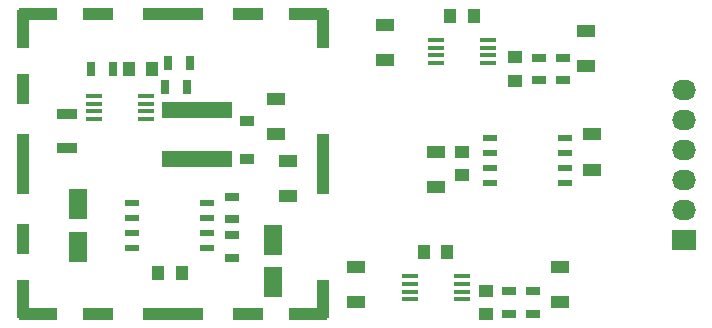
<source format=gts>
G04 #@! TF.FileFunction,Soldermask,Top*
%FSLAX46Y46*%
G04 Gerber Fmt 4.6, Leading zero omitted, Abs format (unit mm)*
G04 Created by KiCad (PCBNEW (2014-11-17 BZR 5289)-product) date Mon 10 Aug 2015 05:49:24 PM EDT*
%MOMM*%
G01*
G04 APERTURE LIST*
%ADD10C,0.100000*%
%ADD11R,1.700000X0.900000*%
%ADD12R,1.220000X0.910000*%
%ADD13R,6.000000X1.350000*%
%ADD14R,2.032000X1.727200*%
%ADD15O,2.032000X1.727200*%
%ADD16R,3.300000X1.000000*%
%ADD17R,1.000000X3.300000*%
%ADD18R,1.000000X5.100000*%
%ADD19R,5.100000X1.000000*%
%ADD20R,1.000000X2.600000*%
%ADD21R,2.600000X1.000000*%
%ADD22R,0.700000X1.300000*%
%ADD23R,1.300000X0.700000*%
%ADD24R,1.450000X0.450000*%
%ADD25R,1.143000X0.508000*%
%ADD26R,1.600200X2.600960*%
%ADD27R,1.000000X1.250000*%
%ADD28R,1.600000X1.000000*%
%ADD29R,1.250000X1.000000*%
G04 APERTURE END LIST*
D10*
D11*
X156000000Y-126300000D03*
X156000000Y-129200000D03*
D12*
X171250000Y-130135000D03*
X171250000Y-126865000D03*
D13*
X167000000Y-125960000D03*
X167000000Y-130100000D03*
D14*
X208250000Y-137000000D03*
D15*
X208250000Y-134460000D03*
X208250000Y-131920000D03*
X208250000Y-129380000D03*
X208250000Y-126840000D03*
X208250000Y-124300000D03*
D16*
X153570000Y-143200000D03*
X176430000Y-143200000D03*
X176430000Y-117800000D03*
X153570000Y-117800000D03*
D17*
X177700000Y-119070000D03*
X177700000Y-141930000D03*
X152300000Y-141930000D03*
X152300000Y-119070000D03*
D18*
X152300000Y-130500000D03*
X177700000Y-130500000D03*
D19*
X165000000Y-117800000D03*
X165000000Y-143200000D03*
D20*
X177700000Y-119070000D03*
X177700000Y-141930000D03*
X152300000Y-136850000D03*
X152300000Y-124150000D03*
D21*
X158650000Y-143200000D03*
X158650000Y-117800000D03*
X171350000Y-117800000D03*
X171350000Y-143200000D03*
D22*
X158050000Y-122500000D03*
X159950000Y-122500000D03*
X166200000Y-124000000D03*
X164300000Y-124000000D03*
X164550000Y-122000000D03*
X166450000Y-122000000D03*
D23*
X196000000Y-123450000D03*
X196000000Y-121550000D03*
X198000000Y-121550000D03*
X198000000Y-123450000D03*
X193500000Y-143200000D03*
X193500000Y-141300000D03*
X195500000Y-141300000D03*
X195500000Y-143200000D03*
X170000000Y-135200000D03*
X170000000Y-133300000D03*
X170000000Y-138450000D03*
X170000000Y-136550000D03*
D24*
X158300000Y-124775000D03*
X158300000Y-125425000D03*
X158300000Y-126075000D03*
X158300000Y-126725000D03*
X162700000Y-126725000D03*
X162700000Y-126075000D03*
X162700000Y-125425000D03*
X162700000Y-124775000D03*
X191700000Y-121975000D03*
X191700000Y-121325000D03*
X191700000Y-120675000D03*
X191700000Y-120025000D03*
X187300000Y-120025000D03*
X187300000Y-120675000D03*
X187300000Y-121325000D03*
X187300000Y-121975000D03*
X189450000Y-141975000D03*
X189450000Y-141325000D03*
X189450000Y-140675000D03*
X189450000Y-140025000D03*
X185050000Y-140025000D03*
X185050000Y-140675000D03*
X185050000Y-141325000D03*
X185050000Y-141975000D03*
D25*
X198175000Y-128345000D03*
X198175000Y-129615000D03*
X198175000Y-130885000D03*
X198175000Y-132155000D03*
X191825000Y-132155000D03*
X191825000Y-130885000D03*
X191825000Y-129615000D03*
X191825000Y-128345000D03*
D26*
X157000000Y-133949140D03*
X157000000Y-137550860D03*
D25*
X167925000Y-133845000D03*
X167925000Y-135115000D03*
X167925000Y-136385000D03*
X167925000Y-137655000D03*
X161575000Y-137655000D03*
X161575000Y-136385000D03*
X161575000Y-135115000D03*
X161575000Y-133845000D03*
D27*
X161250000Y-122500000D03*
X163250000Y-122500000D03*
D28*
X174750000Y-130250000D03*
X174750000Y-133250000D03*
X173750000Y-125000000D03*
X173750000Y-128000000D03*
X183000000Y-121750000D03*
X183000000Y-118750000D03*
X180500000Y-139250000D03*
X180500000Y-142250000D03*
X187250000Y-129500000D03*
X187250000Y-132500000D03*
D29*
X189500000Y-129500000D03*
X189500000Y-131500000D03*
X194000000Y-123500000D03*
X194000000Y-121500000D03*
D27*
X188500000Y-118000000D03*
X190500000Y-118000000D03*
D28*
X200500000Y-131000000D03*
X200500000Y-128000000D03*
D27*
X186250000Y-138000000D03*
X188250000Y-138000000D03*
D29*
X191500000Y-143250000D03*
X191500000Y-141250000D03*
D28*
X200000000Y-122250000D03*
X200000000Y-119250000D03*
D27*
X165750000Y-139750000D03*
X163750000Y-139750000D03*
D26*
X173500000Y-140550860D03*
X173500000Y-136949140D03*
D28*
X197750000Y-142250000D03*
X197750000Y-139250000D03*
M02*

</source>
